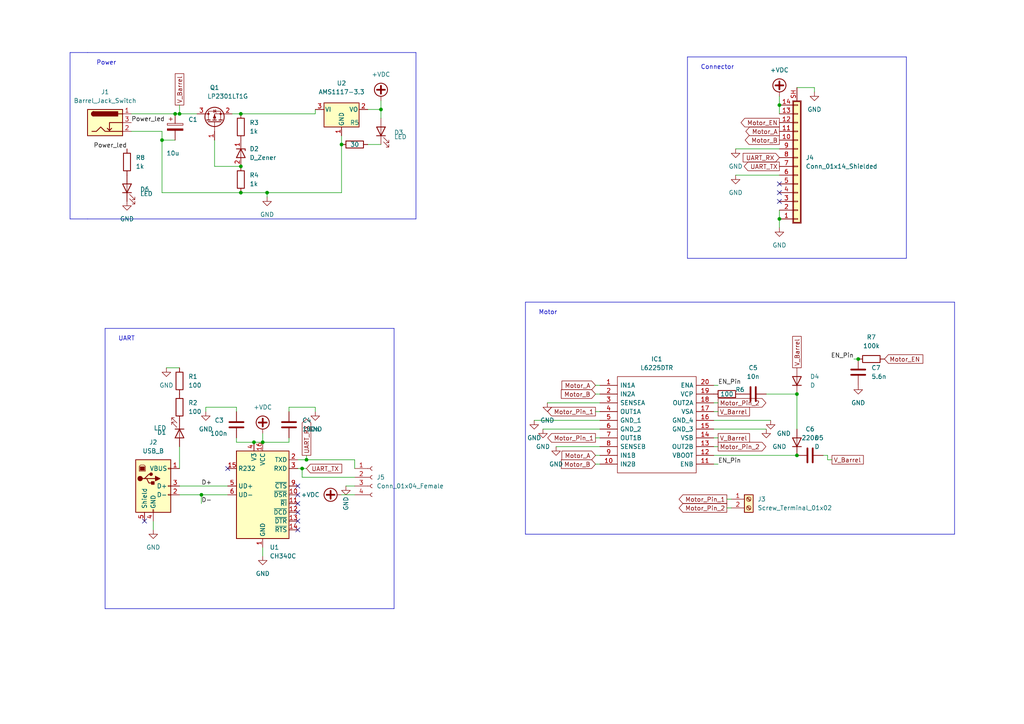
<source format=kicad_sch>
(kicad_sch (version 20230121) (generator eeschema)
  (paper "A4")
  (title_block (title "Base fixe"))
  (lib_symbols
    (symbol "Connector:Barrel_Jack_Switch" (pin_names hide)
      (property "Reference" "J" (at 0 5.334 0))
      (property "Value" "Barrel_Jack_Switch" (at 0 -5.08 0))
      (symbol "Barrel_Jack_Switch_0_1"
        (rectangle (start -5.08 3.81) (end 5.08 -3.81) (stroke (width 0.254)) (fill (type background)))
        (arc (start -3.302 3.175) (mid -3.9343 2.54) (end -3.302 1.905) (stroke (width 0.254)))
        (arc (start -3.302 3.175) (mid -3.9343 2.54) (end -3.302 1.905) (stroke (width 0.254)) (fill (type outline)))
        (polyline (pts (xy 1.27 -2.286) (xy 1.905 -1.651)) (stroke (width 0.254)))
        (polyline (pts (xy 5.08 2.54) (xy 3.81 2.54)) (stroke (width 0.254)))
        (polyline (pts (xy 5.08 0) (xy 1.27 0) (xy 1.27 -2.286) (xy 0.635 -1.651)) (stroke (width 0.254)))
        (polyline (pts (xy -3.81 -2.54) (xy -2.54 -2.54) (xy -1.27 -1.27) (xy 0 -2.54) (xy 2.54 -2.54) (xy 5.08 -2.54)) (stroke (width 0.254)))
        (rectangle (start 3.683 3.175) (end -3.302 1.905) (stroke (width 0.254)) (fill (type outline)))
      )
      (symbol "Barrel_Jack_Switch_1_1"
        (pin passive line (at 7.62 2.54 180) (length 2.54) (name "~") (number "1"))
        (pin passive line (at 7.62 -2.54 180) (length 2.54) (name "~") (number "2"))
        (pin passive line (at 7.62 0 180) (length 2.54) (name "~") (number "3"))
      )
    )
    (symbol "Connector:Conn_01x04_Female" (pin_names (offset 1.016) hide)
      (property "Reference" "J" (at 0 5.08 0))
      (property "Value" "Conn_01x04_Female" (at 0 -7.62 0))
      (symbol "Conn_01x04_Female_1_1"
        (arc (start 0 -4.572) (mid -0.5058 -5.08) (end 0 -5.588) (stroke (width 0.1524)))
        (arc (start 0 -2.032) (mid -0.5058 -2.54) (end 0 -3.048) (stroke (width 0.1524)))
        (polyline (pts (xy -1.27 -5.08) (xy -0.508 -5.08)) (stroke (width 0.1524)))
        (polyline (pts (xy -1.27 -2.54) (xy -0.508 -2.54)) (stroke (width 0.1524)))
        (polyline (pts (xy -1.27 0) (xy -0.508 0)) (stroke (width 0.1524)))
        (polyline (pts (xy -1.27 2.54) (xy -0.508 2.54)) (stroke (width 0.1524)))
        (arc (start 0 0.508) (mid -0.5058 0) (end 0 -0.508) (stroke (width 0.1524)))
        (arc (start 0 3.048) (mid -0.5058 2.54) (end 0 2.032) (stroke (width 0.1524)))
        (pin passive line (at -5.08 2.54 0) (length 3.81) (name "Pin_1") (number "1"))
        (pin passive line (at -5.08 0 0) (length 3.81) (name "Pin_2") (number "2"))
        (pin passive line (at -5.08 -2.54 0) (length 3.81) (name "Pin_3") (number "3"))
        (pin passive line (at -5.08 -5.08 0) (length 3.81) (name "Pin_4") (number "4"))
      )
    )
    (symbol "Connector:Screw_Terminal_01x02" (pin_names (offset 1.016) hide)
      (property "Reference" "J" (at 0 2.54 0))
      (property "Value" "Screw_Terminal_01x02" (at 0 -5.08 0))
      (symbol "Screw_Terminal_01x02_1_1"
        (rectangle (start -1.27 1.27) (end 1.27 -3.81) (stroke (width 0.254)) (fill (type background)))
        (circle (center 0 -2.54) (radius 0.635) (stroke (width 0.1524)))
        (polyline (pts (xy -0.5334 -2.2098) (xy 0.3302 -3.048)) (stroke (width 0.1524)))
        (polyline (pts (xy -0.5334 0.3302) (xy 0.3302 -0.508)) (stroke (width 0.1524)))
        (polyline (pts (xy -0.3556 -2.032) (xy 0.508 -2.8702)) (stroke (width 0.1524)))
        (polyline (pts (xy -0.3556 0.508) (xy 0.508 -0.3302)) (stroke (width 0.1524)))
        (circle (center 0 0) (radius 0.635) (stroke (width 0.1524)))
        (pin passive line (at -5.08 0 0) (length 3.81) (name "Pin_1") (number "1"))
        (pin passive line (at -5.08 -2.54 0) (length 3.81) (name "Pin_2") (number "2"))
      )
    )
    (symbol "Connector:USB_B" (pin_names (offset 1.016))
      (property "Reference" "J" (at -5.08 11.43 0))
      (property "Value" "USB_B" (at -5.08 8.89 0))
      (symbol "USB_B_0_1"
        (rectangle (start -5.08 -7.62) (end 5.08 7.62) (stroke (width 0.254)) (fill (type background)))
        (circle (center -3.81 2.159) (radius 0.635) (stroke (width 0.254)) (fill (type outline)))
        (rectangle (start -3.81 5.588) (end -2.54 4.572) (fill (type outline)))
        (circle (center -0.635 3.429) (radius 0.381) (stroke (width 0.254)) (fill (type outline)))
        (rectangle (start -0.127 -7.62) (end 0.127 -6.858))
        (polyline (pts (xy -1.905 2.159) (xy 0.635 2.159)) (stroke (width 0.254)))
        (polyline (pts (xy -3.175 2.159) (xy -2.54 2.159) (xy -1.27 3.429) (xy -0.635 3.429)) (stroke (width 0.254)))
        (polyline (pts (xy -2.54 2.159) (xy -1.905 2.159) (xy -1.27 0.889) (xy 0 0.889)) (stroke (width 0.254)))
        (polyline (pts (xy 0.635 2.794) (xy 0.635 1.524) (xy 1.905 2.159) (xy 0.635 2.794)) (stroke (width 0.254)) (fill (type outline)))
        (polyline (pts (xy -4.064 4.318) (xy -2.286 4.318) (xy -2.286 5.715) (xy -2.667 6.096) (xy -3.683 6.096) (xy -4.064 5.715) (xy -4.064 4.318)))
        (rectangle (start 0.254 1.27) (end -0.508 0.508) (stroke (width 0.254)) (fill (type outline)))
        (rectangle (start 5.08 -2.667) (end 4.318 -2.413))
        (rectangle (start 5.08 -0.127) (end 4.318 0.127))
        (rectangle (start 5.08 4.953) (end 4.318 5.207))
      )
      (symbol "USB_B_1_1"
        (pin power_out line (at 7.62 5.08 180) (length 2.54) (name "VBUS") (number "1"))
        (pin bidirectional line (at 7.62 -2.54 180) (length 2.54) (name "D-") (number "2"))
        (pin bidirectional line (at 7.62 0 180) (length 2.54) (name "D+") (number "3"))
        (pin power_out line (at 0 -10.16 90) (length 2.54) (name "GND") (number "4"))
        (pin passive line (at -2.54 -10.16 90) (length 2.54) (name "Shield") (number "5"))
      )
    )
    (symbol "Connector_Generic_Shielded:Conn_01x14_Shielded" (pin_names (offset 1.016) hide)
      (property "Reference" "J" (at 0.254 17.526 0))
      (property "Value" "Conn_01x14_Shielded" (at 1.016 -20.066 0))
      (symbol "Conn_01x14_Shielded_1_1"
        (rectangle (start -1.27 16.51) (end 1.27 -19.05) (stroke (width 0.1524)))
        (rectangle (start -1.016 -17.653) (end 0.254 -17.907) (stroke (width 0.1524)))
        (rectangle (start -1.016 -15.113) (end 0.254 -15.367) (stroke (width 0.1524)))
        (rectangle (start -1.016 -12.573) (end 0.254 -12.827) (stroke (width 0.1524)))
        (rectangle (start -1.016 -10.033) (end 0.254 -10.287) (stroke (width 0.1524)))
        (rectangle (start -1.016 -7.493) (end 0.254 -7.747) (stroke (width 0.1524)))
        (rectangle (start -1.016 -4.953) (end 0.254 -5.207) (stroke (width 0.1524)))
        (rectangle (start -1.016 -2.413) (end 0.254 -2.667) (stroke (width 0.1524)))
        (rectangle (start -1.016 0.127) (end 0.254 -0.127) (stroke (width 0.1524)))
        (rectangle (start -1.016 2.667) (end 0.254 2.413) (stroke (width 0.1524)))
        (rectangle (start -1.016 5.207) (end 0.254 4.953) (stroke (width 0.1524)))
        (rectangle (start -1.016 7.747) (end 0.254 7.493) (stroke (width 0.1524)))
        (rectangle (start -1.016 10.287) (end 0.254 10.033) (stroke (width 0.1524)))
        (rectangle (start -1.016 12.827) (end 0.254 12.573) (stroke (width 0.1524)))
        (rectangle (start -1.016 15.367) (end 0.254 15.113) (stroke (width 0.1524)))
        (rectangle (start -1.016 16.256) (end 1.016 -18.796) (stroke (width 0.254)) (fill (type background)))
        (pin passive line (at -5.08 15.24 0) (length 4.064) (name "Pin_1") (number "1"))
        (pin passive line (at -5.08 -7.62 0) (length 4.064) (name "Pin_10") (number "10"))
        (pin passive line (at -5.08 -10.16 0) (length 4.064) (name "Pin_11") (number "11"))
        (pin passive line (at -5.08 -12.7 0) (length 4.064) (name "Pin_12") (number "12"))
        (pin passive line (at -5.08 -15.24 0) (length 4.064) (name "Pin_13") (number "13"))
        (pin passive line (at -5.08 -17.78 0) (length 4.064) (name "Pin_14") (number "14"))
        (pin passive line (at -5.08 12.7 0) (length 4.064) (name "Pin_2") (number "2"))
        (pin passive line (at -5.08 10.16 0) (length 4.064) (name "Pin_3") (number "3"))
        (pin passive line (at -5.08 7.62 0) (length 4.064) (name "Pin_4") (number "4"))
        (pin passive line (at -5.08 5.08 0) (length 4.064) (name "Pin_5") (number "5"))
        (pin passive line (at -5.08 2.54 0) (length 4.064) (name "Pin_6") (number "6"))
        (pin passive line (at -5.08 0 0) (length 4.064) (name "Pin_7") (number "7"))
        (pin passive line (at -5.08 -2.54 0) (length 4.064) (name "Pin_8") (number "8"))
        (pin passive line (at -5.08 -5.08 0) (length 4.064) (name "Pin_9") (number "9"))
        (pin passive line (at 0 -22.86 90) (length 3.81) (name "Shield") (number "SH"))
      )
    )
    (symbol "Device:C" (pin_numbers hide) (pin_names (offset 0.254))
      (property "Reference" "C" (at 0.635 2.54 0))
      (property "Value" "C" (at 0.635 -2.54 0))
      (symbol "C_0_1"
        (polyline (pts (xy -2.032 -0.762) (xy 2.032 -0.762)) (stroke (width 0.508)))
        (polyline (pts (xy -2.032 0.762) (xy 2.032 0.762)) (stroke (width 0.508)))
      )
      (symbol "C_1_1"
        (pin passive line (at 0 3.81 270) (length 2.794) (name "~") (number "1"))
        (pin passive line (at 0 -3.81 90) (length 2.794) (name "~") (number "2"))
      )
    )
    (symbol "Device:C_Polarized" (pin_numbers hide) (pin_names (offset 0.254))
      (property "Reference" "C" (at 0.635 2.54 0))
      (property "Value" "C_Polarized" (at 0.635 -2.54 0))
      (symbol "C_Polarized_0_1"
        (rectangle (start -2.286 0.508) (end 2.286 1.016))
        (polyline (pts (xy -1.778 2.286) (xy -0.762 2.286)))
        (polyline (pts (xy -1.27 2.794) (xy -1.27 1.778)))
        (rectangle (start 2.286 -0.508) (end -2.286 -1.016) (fill (type outline)))
      )
      (symbol "C_Polarized_1_1"
        (pin passive line (at 0 3.81 270) (length 2.794) (name "~") (number "1"))
        (pin passive line (at 0 -3.81 90) (length 2.794) (name "~") (number "2"))
      )
    )
    (symbol "Device:D" (pin_numbers hide) (pin_names (offset 1.016) hide)
      (property "Reference" "D" (at 0 2.54 0))
      (property "Value" "D" (at 0 -2.54 0))
      (symbol "D_0_1"
        (polyline (pts (xy -1.27 1.27) (xy -1.27 -1.27)) (stroke (width 0.254)))
        (polyline (pts (xy 1.27 0) (xy -1.27 0)))
        (polyline (pts (xy 1.27 1.27) (xy 1.27 -1.27) (xy -1.27 0) (xy 1.27 1.27)) (stroke (width 0.254)))
      )
      (symbol "D_1_1"
        (pin passive line (at -3.81 0 0) (length 2.54) (name "K") (number "1"))
        (pin passive line (at 3.81 0 180) (length 2.54) (name "A") (number "2"))
      )
    )
    (symbol "Device:D_Zener" (pin_names (offset 1.016) hide)
      (property "Reference" "D" (at 0 2.54 0))
      (property "Value" "D_Zener" (at 0 -2.54 0))
      (symbol "D_Zener_0_1"
        (polyline (pts (xy 1.27 0) (xy -1.27 0)))
        (polyline (pts (xy -1.27 -1.27) (xy -1.27 1.27) (xy -0.762 1.27)) (stroke (width 0.254)))
        (polyline (pts (xy 1.27 -1.27) (xy 1.27 1.27) (xy -1.27 0) (xy 1.27 -1.27)) (stroke (width 0.254)))
      )
      (symbol "D_Zener_1_1"
        (pin passive line (at -3.81 0 0) (length 2.54) (name "K") (number "1"))
        (pin passive line (at 3.81 0 180) (length 2.54) (name "A") (number "2"))
      )
    )
    (symbol "Device:LED" (pin_numbers hide) (pin_names (offset 1.016) hide)
      (property "Reference" "D" (at 0 2.54 0))
      (property "Value" "LED" (at 0 -2.54 0))
      (symbol "LED_0_1"
        (polyline (pts (xy -1.27 -1.27) (xy -1.27 1.27)) (stroke (width 0.254)))
        (polyline (pts (xy -1.27 0) (xy 1.27 0)))
        (polyline (pts (xy 1.27 -1.27) (xy 1.27 1.27) (xy -1.27 0) (xy 1.27 -1.27)) (stroke (width 0.254)))
        (polyline (pts (xy -3.048 -0.762) (xy -4.572 -2.286) (xy -3.81 -2.286) (xy -4.572 -2.286) (xy -4.572 -1.524)))
        (polyline (pts (xy -1.778 -0.762) (xy -3.302 -2.286) (xy -2.54 -2.286) (xy -3.302 -2.286) (xy -3.302 -1.524)))
      )
      (symbol "LED_1_1"
        (pin passive line (at -3.81 0 0) (length 2.54) (name "K") (number "1"))
        (pin passive line (at 3.81 0 180) (length 2.54) (name "A") (number "2"))
      )
    )
    (symbol "Device:R" (pin_numbers hide) (pin_names (offset 0))
      (property "Reference" "R" (at 2.032 0 90))
      (property "Value" "R" (at 0 0 90))
      (symbol "R_0_1"
        (rectangle (start -1.016 -2.54) (end 1.016 2.54) (stroke (width 0.254)))
      )
      (symbol "R_1_1"
        (pin passive line (at 0 3.81 270) (length 1.27) (name "~") (number "1"))
        (pin passive line (at 0 -3.81 90) (length 1.27) (name "~") (number "2"))
      )
    )
    (symbol "Interface_USB:CH340C"
      (property "Reference" "U" (at -5.08 13.97 0))
      (property "Value" "CH340C" (at 1.27 13.97 0))
      (symbol "CH340C_0_1"
        (rectangle (start -7.62 12.7) (end 7.62 -12.7) (stroke (width 0.254)) (fill (type background)))
      )
      (symbol "CH340C_1_1"
        (pin power_in line (at 0 -15.24 90) (length 2.54) (name "GND") (number "1"))
        (pin input line (at 10.16 0 180) (length 2.54) (name "~{DSR}") (number "10"))
        (pin input line (at 10.16 -2.54 180) (length 2.54) (name "~{RI}") (number "11"))
        (pin input line (at 10.16 -5.08 180) (length 2.54) (name "~{DCD}") (number "12"))
        (pin output line (at 10.16 -7.62 180) (length 2.54) (name "~{DTR}") (number "13"))
        (pin output line (at 10.16 -10.16 180) (length 2.54) (name "~{RTS}") (number "14"))
        (pin input line (at -10.16 7.62 0) (length 2.54) (name "R232") (number "15"))
        (pin power_in line (at 0 15.24 270) (length 2.54) (name "VCC") (number "16"))
        (pin output line (at 10.16 10.16 180) (length 2.54) (name "TXD") (number "2"))
        (pin input line (at 10.16 7.62 180) (length 2.54) (name "RXD") (number "3"))
        (pin passive line (at -2.54 15.24 270) (length 2.54) (name "V3") (number "4"))
        (pin bidirectional line (at -10.16 2.54 0) (length 2.54) (name "UD+") (number "5"))
        (pin bidirectional line (at -10.16 0 0) (length 2.54) (name "UD-") (number "6"))
        (pin no_connect line (at -7.62 -7.62 0) (length 2.54) hide (name "NC") (number "7"))
        (pin no_connect line (at -7.62 -10.16 0) (length 2.54) hide (name "NC") (number "8"))
        (pin input line (at 10.16 2.54 180) (length 2.54) (name "~{CTS}") (number "9"))
      )
    )
    (symbol "Library:L6225DTR" (pin_names (offset 0.762))
      (property "Reference" "IC" (at 29.21 7.62 0))
      (property "Value" "L6225DTR" (at 29.21 5.08 0))
      (symbol "L6225DTR_0_0"
        (pin passive line (at 0 0 0) (length 5.08) (name "IN1A") (number "1"))
        (pin passive line (at 0 -22.86 0) (length 5.08) (name "IN2B") (number "10"))
        (pin passive line (at 33.02 -22.86 180) (length 5.08) (name "ENB") (number "11"))
        (pin passive line (at 33.02 -20.32 180) (length 5.08) (name "VBOOT") (number "12"))
        (pin passive line (at 33.02 -17.78 180) (length 5.08) (name "OUT2B") (number "13"))
        (pin passive line (at 33.02 -15.24 180) (length 5.08) (name "VSB") (number "14"))
        (pin passive line (at 33.02 -12.7 180) (length 5.08) (name "GND_3") (number "15"))
        (pin passive line (at 33.02 -10.16 180) (length 5.08) (name "GND_4") (number "16"))
        (pin passive line (at 33.02 -7.62 180) (length 5.08) (name "VSA") (number "17"))
        (pin passive line (at 33.02 -5.08 180) (length 5.08) (name "OUT2A") (number "18"))
        (pin passive line (at 33.02 -2.54 180) (length 5.08) (name "VCP") (number "19"))
        (pin passive line (at 0 -2.54 0) (length 5.08) (name "IN2A") (number "2"))
        (pin passive line (at 33.02 0 180) (length 5.08) (name "ENA") (number "20"))
        (pin passive line (at 0 -5.08 0) (length 5.08) (name "SENSEA") (number "3"))
        (pin passive line (at 0 -7.62 0) (length 5.08) (name "OUT1A") (number "4"))
        (pin passive line (at 0 -10.16 0) (length 5.08) (name "GND_1") (number "5"))
        (pin passive line (at 0 -12.7 0) (length 5.08) (name "GND_2") (number "6"))
        (pin passive line (at 0 -15.24 0) (length 5.08) (name "OUT1B") (number "7"))
        (pin passive line (at 0 -17.78 0) (length 5.08) (name "SENSEB") (number "8"))
        (pin passive line (at 0 -20.32 0) (length 5.08) (name "IN1B") (number "9"))
      )
      (symbol "L6225DTR_0_1"
        (polyline (pts (xy 5.08 2.54) (xy 27.94 2.54) (xy 27.94 -25.4) (xy 5.08 -25.4) (xy 5.08 2.54)) (stroke (width 0.1524)))
      )
    )
    (symbol "Regulator_Linear:AMS1117-3.3" (pin_names (offset 0.254))
      (property "Reference" "U" (at -3.81 3.175 0))
      (property "Value" "AMS1117-3.3" (at 0 3.175 0))
      (symbol "AMS1117-3.3_0_1"
        (rectangle (start -5.08 -5.08) (end 5.08 1.905) (stroke (width 0.254)) (fill (type background)))
      )
      (symbol "AMS1117-3.3_1_1"
        (pin power_in line (at 0 -7.62 90) (length 2.54) (name "GND") (number "1"))
        (pin power_out line (at 7.62 0 180) (length 2.54) (name "VO") (number "2"))
        (pin power_in line (at -7.62 0 0) (length 2.54) (name "VI") (number "3"))
      )
    )
    (symbol "Transistor_FET:VP0610T" (pin_names hide)
      (property "Reference" "Q" (at 5.08 1.905 0))
      (property "Value" "VP0610T" (at 5.08 0 0))
      (symbol "VP0610T_0_1"
        (polyline (pts (xy 0.254 0) (xy -2.54 0)))
        (polyline (pts (xy 0.254 1.905) (xy 0.254 -1.905)) (stroke (width 0.254)))
        (polyline (pts (xy 0.762 -1.27) (xy 0.762 -2.286)) (stroke (width 0.254)))
        (polyline (pts (xy 0.762 0.508) (xy 0.762 -0.508)) (stroke (width 0.254)))
        (polyline (pts (xy 0.762 2.286) (xy 0.762 1.27)) (stroke (width 0.254)))
        (polyline (pts (xy 2.54 2.54) (xy 2.54 1.778)))
        (polyline (pts (xy 2.54 -2.54) (xy 2.54 0) (xy 0.762 0)))
        (polyline (pts (xy 0.762 1.778) (xy 3.302 1.778) (xy 3.302 -1.778) (xy 0.762 -1.778)))
        (polyline (pts (xy 2.286 0) (xy 1.27 0.381) (xy 1.27 -0.381) (xy 2.286 0)) (fill (type outline)))
        (polyline (pts (xy 2.794 -0.508) (xy 2.921 -0.381) (xy 3.683 -0.381) (xy 3.81 -0.254)))
        (polyline (pts (xy 3.302 -0.381) (xy 2.921 0.254) (xy 3.683 0.254) (xy 3.302 -0.381)))
        (circle (center 1.651 0) (radius 2.794) (stroke (width 0.254)))
        (circle (center 2.54 -1.778) (radius 0.254) (fill (type outline)))
        (circle (center 2.54 1.778) (radius 0.254) (fill (type outline)))
      )
      (symbol "VP0610T_1_1"
        (pin input line (at -5.08 0 0) (length 2.54) (name "G") (number "1"))
        (pin passive line (at 2.54 -5.08 90) (length 2.54) (name "S") (number "2"))
        (pin passive line (at 2.54 5.08 270) (length 2.54) (name "D") (number "3"))
      )
    )
    (symbol "power:+VDC" (power) (pin_names (offset 0))
      (property "Value" "+VDC" (at 0 6.35 0))
      (symbol "+VDC_0_1"
        (polyline (pts (xy -1.143 3.175) (xy 1.143 3.175)) (stroke (width 0.508)))
        (polyline (pts (xy 0 0) (xy 0 1.27)))
        (polyline (pts (xy 0 2.032) (xy 0 4.318)) (stroke (width 0.508)))
        (circle (center 0 3.175) (radius 1.905) (stroke (width 0.254)))
      )
      (symbol "+VDC_1_1"
        (pin power_in line (at 0 0 90) (length 0) hide (name "+VDC") (number "1"))
      )
    )
    (symbol "power:GND" (power) (pin_names (offset 0))
      (property "Value" "GND" (at 0 -3.81 0))
      (symbol "GND_0_1"
        (polyline (pts (xy 0 0) (xy 0 -1.27) (xy 1.27 -1.27) (xy 0 -2.54) (xy -1.27 -1.27) (xy 0 -1.27)))
      )
      (symbol "GND_1_1"
        (pin power_in line (at 0 0 270) (length 0) hide (name "GND") (number "1"))
      )
    )
  )
  (junction (at 50.8 33.02))
  (junction (at 69.85 48.26))
  (junction (at 88.9 133.35))
  (junction (at 73.66 128.27))
  (junction (at 226.06 30.48))
  (junction (at 46.99 40.64))
  (junction (at 226.06 63.5))
  (junction (at 76.2 128.27))
  (junction (at 110.49 31.75))
  (junction (at 99.06 41.91))
  (junction (at 231.14 132.08))
  (junction (at 248.92 104.14))
  (junction (at 58.42 143.51))
  (junction (at 87.63 135.89))
  (junction (at 77.47 55.88))
  (junction (at 69.85 33.02))
  (junction (at 69.85 55.88))
  (junction (at 52.07 33.02))
  (junction (at 231.14 114.3))
  (no_connect (at 226.06 55.88))
  (no_connect (at 86.36 153.67))
  (no_connect (at 86.36 151.13))
  (no_connect (at 41.91 151.13))
  (no_connect (at 66.04 135.89))
  (no_connect (at 226.06 58.42))
  (no_connect (at 86.36 143.51))
  (no_connect (at 86.36 140.97))
  (no_connect (at 86.36 146.05))
  (no_connect (at 226.06 53.34))
  (no_connect (at 86.36 148.59))
  (wire (pts (xy 76.2 125.73) (xy 76.2 128.27)))
  (wire (pts (xy 76.2 128.27) (xy 83.82 128.27)))
  (polyline (pts (xy 20.32 63.5) (xy 25.4 63.5)))
  (wire (pts (xy 210.82 144.78) (xy 212.09 144.78)))
  (wire (pts (xy 52.07 143.51) (xy 58.42 143.51)))
  (wire (pts (xy 238.76 132.08) (xy 240.03 132.08)))
  (wire (pts (xy 222.25 114.3) (xy 231.14 114.3)))
  (wire (pts (xy 154.94 121.92) (xy 173.99 121.92)))
  (wire (pts (xy 106.68 41.91) (xy 110.49 41.91)))
  (wire (pts (xy 172.72 127) (xy 173.99 127)))
  (wire (pts (xy 68.58 127) (xy 68.58 128.27)))
  (wire (pts (xy 99.06 55.88) (xy 99.06 41.91)))
  (wire (pts (xy 207.01 132.08) (xy 231.14 132.08)))
  (polyline (pts (xy 199.39 16.51) (xy 199.39 74.93)))
  (wire (pts (xy 86.36 135.89) (xy 87.63 135.89)))
  (polyline (pts (xy 114.3 95.25) (xy 114.3 176.53)))
  (wire (pts (xy 87.63 135.89) (xy 87.63 138.43)))
  (wire (pts (xy 46.99 38.1) (xy 46.99 40.64)))
  (wire (pts (xy 158.75 116.84) (xy 173.99 116.84)))
  (wire (pts (xy 99.06 143.51) (xy 102.87 143.51)))
  (wire (pts (xy 52.07 140.97) (xy 66.04 140.97)))
  (wire (pts (xy 157.48 124.46) (xy 173.99 124.46)))
  (wire (pts (xy 91.44 33.02) (xy 91.44 31.75)))
  (polyline (pts (xy 120.65 63.5) (xy 25.4 63.5)))
  (wire (pts (xy 83.82 119.38) (xy 83.82 118.11)))
  (polyline (pts (xy 120.65 15.24) (xy 120.65 63.5)))
  (wire (pts (xy 172.72 114.3) (xy 173.99 114.3)))
  (wire (pts (xy 208.28 134.62) (xy 207.01 134.62)))
  (polyline (pts (xy 152.4 87.63) (xy 276.86 87.63)))
  (wire (pts (xy 87.63 138.43) (xy 102.87 138.43)))
  (wire (pts (xy 207.01 129.54) (xy 208.28 129.54)))
  (wire (pts (xy 62.23 48.26) (xy 62.23 40.64)))
  (wire (pts (xy 68.58 128.27) (xy 73.66 128.27)))
  (polyline (pts (xy 276.86 154.94) (xy 152.4 154.94)))
  (polyline (pts (xy 20.32 63.5) (xy 20.32 15.24)))
  (polyline (pts (xy 199.39 74.93) (xy 262.89 74.93)))
  (wire (pts (xy 247.65 104.14) (xy 248.92 104.14)))
  (wire (pts (xy 100.33 140.97) (xy 102.87 140.97)))
  (wire (pts (xy 77.47 55.88) (xy 99.06 55.88)))
  (wire (pts (xy 86.36 133.35) (xy 88.9 133.35)))
  (wire (pts (xy 210.82 147.32) (xy 212.09 147.32)))
  (wire (pts (xy 52.07 33.02) (xy 57.15 33.02)))
  (wire (pts (xy 87.63 135.89) (xy 88.9 135.89)))
  (wire (pts (xy 106.68 31.75) (xy 110.49 31.75)))
  (wire (pts (xy 88.9 132.08) (xy 88.9 133.35)))
  (wire (pts (xy 102.87 133.35) (xy 102.87 135.89)))
  (wire (pts (xy 226.06 27.94) (xy 226.06 30.48)))
  (wire (pts (xy 208.28 119.38) (xy 207.01 119.38)))
  (wire (pts (xy 77.47 55.88) (xy 77.47 57.15)))
  (polyline (pts (xy 262.89 74.93) (xy 262.89 16.51)))
  (wire (pts (xy 46.99 40.64) (xy 50.8 40.64)))
  (wire (pts (xy 83.82 127) (xy 83.82 128.27)))
  (wire (pts (xy 161.29 129.54) (xy 173.99 129.54)))
  (wire (pts (xy 213.36 50.8) (xy 226.06 50.8)))
  (wire (pts (xy 76.2 158.75) (xy 76.2 161.29)))
  (wire (pts (xy 73.66 128.27) (xy 76.2 128.27)))
  (wire (pts (xy 207.01 111.76) (xy 208.28 111.76)))
  (wire (pts (xy 207.01 124.46) (xy 222.25 124.46)))
  (wire (pts (xy 231.14 25.4) (xy 236.22 25.4)))
  (wire (pts (xy 62.23 48.26) (xy 69.85 48.26)))
  (wire (pts (xy 67.31 33.02) (xy 69.85 33.02)))
  (wire (pts (xy 240.03 133.35) (xy 241.3 133.35)))
  (wire (pts (xy 52.07 30.48) (xy 52.07 33.02)))
  (wire (pts (xy 38.1 38.1) (xy 46.99 38.1)))
  (wire (pts (xy 226.06 63.5) (xy 226.06 66.04)))
  (wire (pts (xy 110.49 31.75) (xy 110.49 34.29)))
  (wire (pts (xy 172.72 134.62) (xy 173.99 134.62)))
  (wire (pts (xy 231.14 114.3) (xy 231.14 124.46)))
  (wire (pts (xy 88.9 133.35) (xy 102.87 133.35)))
  (wire (pts (xy 236.22 25.4) (xy 236.22 26.67)))
  (wire (pts (xy 226.06 60.96) (xy 226.06 63.5)))
  (polyline (pts (xy 152.4 87.63) (xy 152.4 154.94)))
  (wire (pts (xy 226.06 30.48) (xy 226.06 33.02)))
  (wire (pts (xy 208.28 127) (xy 207.01 127)))
  (polyline (pts (xy 30.48 176.53) (xy 114.3 176.53)))
  (wire (pts (xy 69.85 55.88) (xy 77.47 55.88)))
  (wire (pts (xy 68.58 118.11) (xy 59.69 118.11)))
  (polyline (pts (xy 262.89 16.51) (xy 199.39 16.51)))
  (polyline (pts (xy 30.48 95.25) (xy 114.3 95.25)))
  (polyline (pts (xy 25.4 15.24) (xy 120.65 15.24)))
  (polyline (pts (xy 276.86 87.63) (xy 276.86 154.94)))
  (wire (pts (xy 46.99 40.64) (xy 46.99 55.88)))
  (wire (pts (xy 68.58 119.38) (xy 68.58 118.11)))
  (wire (pts (xy 172.72 119.38) (xy 173.99 119.38)))
  (wire (pts (xy 172.72 111.76) (xy 173.99 111.76)))
  (wire (pts (xy 59.69 118.11) (xy 59.69 119.38)))
  (wire (pts (xy 58.42 143.51) (xy 66.04 143.51)))
  (wire (pts (xy 207.01 121.92) (xy 223.52 121.92)))
  (wire (pts (xy 48.26 106.68) (xy 52.07 106.68)))
  (wire (pts (xy 207.01 116.84) (xy 208.28 116.84)))
  (wire (pts (xy 50.8 33.02) (xy 52.07 33.02)))
  (wire (pts (xy 52.07 129.54) (xy 52.07 135.89)))
  (wire (pts (xy 83.82 118.11) (xy 91.44 118.11)))
  (wire (pts (xy 99.06 41.91) (xy 99.06 39.37)))
  (polyline (pts (xy 30.48 176.53) (xy 30.48 95.25)))
  (wire (pts (xy 110.49 31.75) (xy 110.49 29.21)))
  (polyline (pts (xy 20.32 15.24) (xy 25.4 15.24)))
  (wire (pts (xy 213.36 43.18) (xy 226.06 43.18)))
  (wire (pts (xy 46.99 55.88) (xy 69.85 55.88)))
  (wire (pts (xy 69.85 33.02) (xy 91.44 33.02)))
  (wire (pts (xy 38.1 33.02) (xy 50.8 33.02)))
  (wire (pts (xy 172.72 132.08) (xy 173.99 132.08)))
  (wire (pts (xy 240.03 132.08) (xy 240.03 133.35)))
  (wire (pts (xy 91.44 118.11) (xy 91.44 119.38)))
  (wire (pts (xy 44.45 151.13) (xy 44.45 153.67)))
  (wire (pts (xy 58.42 143.51) (xy 58.42 146.05)))
  (text "Power" (at 27.94 19.05 0) (effects (font (size 1.27 1.27)) (justify left bottom)))
  (text "Motor" (at 156.21 91.44 0) (effects (font (size 1.27 1.27)) (justify left bottom)))
  (text "UART" (at 34.29 99.06 0) (effects (font (size 1.27 1.27)) (justify left bottom)))
  (text "Connector" (at 203.2 20.32 0) (effects (font (size 1.27 1.27)) (justify left bottom)))
  (label "Power_led" (at 36.83 43.18 180))
  (label "EN_Pin" (at 208.28 134.62 0))
  (label "EN_Pin" (at 208.28 111.76 0))
  (label "Power_led" (at 38.1 35.56 0))
  (label "D-" (at 58.42 146.05 0))
  (label "D+" (at 58.42 140.97 0))
  (label "EN_Pin" (at 247.65 104.14 180))
  (global_label "Motor_B" (shape input) (at 172.72 114.3 180) (property "Intersheetrefs" "${INTERSHEET_REFS}" (effects hide)))
  (global_label "Motor_A" (shape output) (at 226.06 38.1 180) (property "Intersheetrefs" "${INTERSHEET_REFS}" (effects hide)))
  (global_label "UART_RX" (shape input) (at 226.06 45.72 180) (property "Intersheetrefs" "${INTERSHEET_REFS}" (effects hide)))
  (global_label "UART_TX" (shape output) (at 226.06 48.26 180) (property "Intersheetrefs" "${INTERSHEET_REFS}" (effects hide)))
  (global_label "V_Barrel" (shape passive) (at 208.28 127 0) (property "Intersheetrefs" "${INTERSHEET_REFS}" (effects hide)))
  (global_label "Motor_A" (shape input) (at 172.72 132.08 180) (property "Intersheetrefs" "${INTERSHEET_REFS}" (effects hide)))
  (global_label "UART_RX" (shape output) (at 88.9 132.08 90) (property "Intersheetrefs" "${INTERSHEET_REFS}" (effects hide)))
  (global_label "Motor_Pin_1" (shape output) (at 172.72 127 180) (property "Intersheetrefs" "${INTERSHEET_REFS}" (effects hide)))
  (global_label "Motor_B" (shape input) (at 172.72 134.62 180) (property "Intersheetrefs" "${INTERSHEET_REFS}" (effects hide)))
  (global_label "Motor_EN" (shape output) (at 226.06 35.56 180) (property "Intersheetrefs" "${INTERSHEET_REFS}" (effects hide)))
  (global_label "V_Barrel" (shape passive) (at 231.14 106.68 90) (property "Intersheetrefs" "${INTERSHEET_REFS}" (effects hide)))
  (global_label "Motor_Pin_2" (shape output) (at 208.28 129.54 0) (property "Intersheetrefs" "${INTERSHEET_REFS}" (effects hide)))
  (global_label "V_Barrel" (shape passive) (at 208.28 119.38 0) (property "Intersheetrefs" "${INTERSHEET_REFS}" (effects hide)))
  (global_label "Motor_A" (shape input) (at 172.72 111.76 180) (property "Intersheetrefs" "${INTERSHEET_REFS}" (effects hide)))
  (global_label "Motor_B" (shape output) (at 226.06 40.64 180) (property "Intersheetrefs" "${INTERSHEET_REFS}" (effects hide)))
  (global_label "Motor_Pin_1" (shape output) (at 172.72 119.38 180) (property "Intersheetrefs" "${INTERSHEET_REFS}" (effects hide)))
  (global_label "V_Barrel" (shape passive) (at 52.07 30.48 90) (property "Intersheetrefs" "${INTERSHEET_REFS}" (effects hide)))
  (global_label "Motor_Pin_2" (shape output) (at 210.82 147.32 180) (property "Intersheetrefs" "${INTERSHEET_REFS}" (effects hide)))
  (global_label "Motor_Pin_1" (shape output) (at 210.82 144.78 180) (property "Intersheetrefs" "${INTERSHEET_REFS}" (effects hide)))
  (global_label "V_Barrel" (shape passive) (at 241.3 133.35 0) (property "Intersheetrefs" "${INTERSHEET_REFS}" (effects hide)))
  (global_label "Motor_Pin_2" (shape output) (at 208.28 116.84 0) (property "Intersheetrefs" "${INTERSHEET_REFS}" (effects hide)))
  (global_label "UART_TX" (shape input) (at 88.9 135.89 0) (property "Intersheetrefs" "${INTERSHEET_REFS}" (effects hide)))
  (global_label "Motor_EN" (shape input) (at 256.54 104.14 0) (property "Intersheetrefs" "${INTERSHEET_REFS}" (effects hide)))
  (symbol (lib_id "Device:C") (at 83.82 123.19 180) (unit 1)
    (property "Reference" "C4" (at 87.63 121.9199 0) (effects (justify right)))
    (property "Value" "100n" (at 87.63 124.4599 0) (effects (justify right)))
    (property "Footprint" "Library:Cap 100nf 0805" (effects hide))
  )
  (symbol (lib_id "Device:R") (at 69.85 52.07 0) (unit 1)
    (property "Reference" "R4" (at 72.39 50.7999 0) (effects (justify left)))
    (property "Value" "1k" (at 72.39 53.3399 0) (effects (justify left)))
    (property "Footprint" "Resistor_SMD:R_0603_1608Metric" (effects hide))
  )
  (symbol (lib_id "power:GND") (at 77.47 57.15 0) (unit 1)
    (property "Reference" "#PWR0104" (effects hide))
    (property "Value" "GND" (at 77.47 62.23 0))
  )
  (symbol (lib_id "Connector_Generic_Shielded:Conn_01x14_Shielded") (at 231.14 48.26 0) (mirror x) (unit 1)
    (property "Reference" "J4" (at 233.68 45.7199 0) (effects (justify left)))
    (property "Value" "Conn_01x14_Shielded" (at 233.68 48.2599 0) (effects (justify left)))
    (property "Footprint" "Library:FPC 2x7 p=1mm" (effects hide))
  )
  (symbol (lib_id "Connector:USB_B") (at 44.45 140.97 0) (unit 1)
    (property "Reference" "J2" (at 44.45 128.27 0))
    (property "Value" "USB_B" (at 44.45 130.81 0))
    (property "Footprint" "Connector_USB:USB_B_OST_USB-B1HSxx_Horizontal" (effects hide))
    (property "Datasheet" " ~" (effects hide))
  )
  (symbol (lib_id "Device:D") (at 231.14 110.49 90) (unit 1)
    (property "Reference" "D4" (at 234.95 109.22 90) (effects (justify right)))
    (property "Value" "D" (at 234.95 111.76 90) (effects (justify right)))
    (property "Footprint" "Diode_SMD:D_SOD-323" (effects hide))
  )
  (symbol (lib_id "Device:C") (at 248.92 107.95 180) (unit 1)
    (property "Reference" "C7" (at 252.73 106.6799 0) (effects (justify right)))
    (property "Value" "5.6n" (at 252.73 109.2199 0) (effects (justify right)))
    (property "Footprint" "Capacitor_SMD:C_0603_1608Metric" (effects hide))
  )
  (symbol (lib_id "power:GND") (at 158.75 116.84 0) (unit 1)
    (property "Reference" "#PWR010" (effects hide))
    (property "Value" "GND" (at 158.75 121.92 0))
  )
  (symbol (lib_id "power:GND") (at 76.2 161.29 0) (unit 1)
    (property "Reference" "#PWR05" (effects hide))
    (property "Value" "GND" (at 76.2 166.37 0))
  )
  (symbol (lib_id "Transistor_FET:VP0610T") (at 62.23 35.56 90) (unit 1)
    (property "Reference" "Q1" (at 62.23 25.4 90))
    (property "Value" "LP2301LT1G" (at 66.04 27.94 90))
    (property "Footprint" "Package_TO_SOT_SMD:SOT-23" (effects hide))
    (property "Datasheet" "https://datasheet.lcsc.com/lcsc/1810251911_LRC-LP2301LT1G_C77937.pdf" (effects hide))
  )
  (symbol (lib_id "power:GND") (at 59.69 119.38 0) (unit 1)
    (property "Reference" "#PWR03" (effects hide))
    (property "Value" "GND" (at 59.69 124.46 0))
  )
  (symbol (lib_id "Interface_USB:CH340C") (at 76.2 143.51 0) (unit 1)
    (property "Reference" "U1" (at 78.2194 158.75 0) (effects (justify left)))
    (property "Value" "CH340C" (at 78.2194 161.29 0) (effects (justify left)))
    (property "Footprint" "Package_SO:SOIC-16_3.9x9.9mm_P1.27mm" (effects hide))
    (property "Datasheet" "https://datasheet.lcsc.com/szlcsc/Jiangsu-Qin-Heng-CH340C_C84681.pdf" (effects hide))
  )
  (symbol (lib_id "power:GND") (at 223.52 121.92 0) (unit 1)
    (property "Reference" "#PWR015" (effects hide))
    (property "Value" "GND" (at 227.33 125.73 0))
  )
  (symbol (lib_id "power:GND") (at 213.36 43.18 0) (unit 1)
    (property "Reference" "#PWR012" (effects hide))
    (property "Value" "GND" (at 213.36 48.26 0))
  )
  (symbol (lib_id "Device:C_Polarized") (at 50.8 36.83 0) (unit 1)
    (property "Reference" "C1" (at 54.61 34.6709 0) (effects (justify left)))
    (property "Value" "10u" (at 48.26 44.45 0) (effects (justify left)))
    (property "Footprint" "Capacitor_SMD:CP_Elec_6.3x7.7" (effects hide))
  )
  (symbol (lib_id "power:GND") (at 157.48 124.46 0) (mirror y) (unit 1)
    (property "Reference" "#PWR09" (effects hide))
    (property "Value" "GND" (at 157.48 129.54 0))
  )
  (symbol (lib_id "Device:R") (at 69.85 36.83 0) (unit 1)
    (property "Reference" "R3" (at 72.39 35.5599 0) (effects (justify left)))
    (property "Value" "1k" (at 72.39 38.0999 0) (effects (justify left)))
    (property "Footprint" "Resistor_SMD:R_0603_1608Metric" (effects hide))
  )
  (symbol (lib_id "Device:LED") (at 36.83 54.61 90) (unit 1)
    (property "Reference" "D6" (at 40.64 54.9274 90) (effects (justify right)))
    (property "Value" "LED" (at 40.64 56.1974 90) (effects (justify right)))
    (property "Footprint" "LED_SMD:LED_1206_3216Metric" (effects hide))
  )
  (symbol (lib_id "power:+VDC") (at 99.06 143.51 90) (unit 1)
    (property "Reference" "#PWR0103" (effects hide))
    (property "Value" "+VDC" (at 92.71 143.5099 90) (effects (justify left)))
  )
  (symbol (lib_id "Device:C") (at 234.95 132.08 90) (unit 1)
    (property "Reference" "C6" (at 234.95 124.46 90))
    (property "Value" "220n" (at 234.95 127 90))
    (property "Footprint" "Capacitor_SMD:C_0805_2012Metric" (effects hide))
  )
  (symbol (lib_id "Library:L6225DTR") (at 173.99 111.76 0) (unit 1)
    (property "Reference" "IC1" (at 190.5 104.14 0))
    (property "Value" "L6225DTR" (at 190.5 106.68 0))
    (property "Footprint" "Library:L6225DTR" (effects hide))
    (property "Datasheet" "https://componentsearchengine.com/Datasheets/1/L6225DTR.pdf" (effects hide))
    (property "Description" "STMicroelectronics L6225DTR, Full Bridge Motor Driver, Bipolar Stepping Motor, Dual or Quad DC Motor, 20-Pin SOIC" (effects hide))
    (property "Height" "2.65" (effects hide))
    (property "Mouser Part Number" "511-L6225DTR" (effects hide))
    (property "Mouser Price/Stock" "https://www.mouser.com/Search/Refine.aspx?Keyword=511-L6225DTR" (effects hide))
    (property "Manufacturer_Name" "STMicroelectronics" (effects hide))
    (property "Manufacturer_Part_Number" "L6225DTR" (effects hide))
  )
  (symbol (lib_id "power:GND") (at 91.44 119.38 0) (unit 1)
    (property "Reference" "#PWR06" (effects hide))
    (property "Value" "GND" (at 91.44 124.46 0))
  )
  (symbol (lib_id "power:GND") (at 248.92 111.76 0) (unit 1)
    (property "Reference" "#PWR019" (effects hide))
    (property "Value" "GND" (at 248.92 116.84 0))
  )
  (symbol (lib_id "power:GND") (at 48.26 106.68 0) (unit 1)
    (property "Reference" "#PWR02" (effects hide))
    (property "Value" "GND" (at 48.26 111.76 0))
  )
  (symbol (lib_id "Device:R") (at 102.87 41.91 90) (unit 1)
    (property "Reference" "R5" (at 102.87 35.56 90))
    (property "Value" "30" (at 102.87 41.91 90))
    (property "Footprint" "Resistor_SMD:R_0805_2012Metric" (effects hide))
  )
  (symbol (lib_id "Device:D_Zener") (at 69.85 44.45 270) (unit 1)
    (property "Reference" "D2" (at 72.39 43.1799 90) (effects (justify left)))
    (property "Value" "D_Zener" (at 72.39 45.7199 90) (effects (justify left)))
    (property "Footprint" "Library:SOD223" (effects hide))
  )
  (symbol (lib_id "Device:LED") (at 52.07 125.73 270) (unit 1)
    (property "Reference" "D1" (at 48.26 125.4126 90) (effects (justify right)))
    (property "Value" "LED" (at 48.26 124.1426 90) (effects (justify right)))
    (property "Footprint" "LED_SMD:LED_1206_3216Metric" (effects hide))
  )
  (symbol (lib_id "power:GND") (at 236.22 26.67 0) (unit 1)
    (property "Reference" "#PWR018" (effects hide))
    (property "Value" "GND" (at 236.22 31.75 0))
  )
  (symbol (lib_id "Device:R") (at 52.07 110.49 0) (unit 1)
    (property "Reference" "R1" (at 54.61 109.2199 0) (effects (justify left)))
    (property "Value" "100" (at 54.61 111.7599 0) (effects (justify left)))
    (property "Footprint" "Resistor_SMD:R_0603_1608Metric" (effects hide))
  )
  (symbol (lib_id "power:GND") (at 36.83 58.42 0) (unit 1)
    (property "Reference" "#PWR0101" (effects hide))
    (property "Value" "GND" (at 36.83 63.5 0))
  )
  (symbol (lib_id "power:GND") (at 44.45 153.67 0) (unit 1)
    (property "Reference" "#PWR01" (effects hide))
    (property "Value" "GND" (at 44.45 158.75 0))
  )
  (symbol (lib_id "Device:R") (at 52.07 118.11 0) (unit 1)
    (property "Reference" "R2" (at 54.61 116.8399 0) (effects (justify left)))
    (property "Value" "100" (at 54.61 119.3799 0) (effects (justify left)))
    (property "Footprint" "Resistor_SMD:R_0603_1608Metric" (effects hide))
  )
  (symbol (lib_id "Device:D") (at 231.14 128.27 90) (unit 1)
    (property "Reference" "D5" (at 236.22 127 90) (effects (justify right)))
    (property "Value" "D" (at 236.22 129.54 90) (effects (justify right)))
    (property "Footprint" "Diode_SMD:D_SOD-323" (effects hide))
  )
  (symbol (lib_id "power:GND") (at 213.36 50.8 0) (unit 1)
    (property "Reference" "#PWR013" (effects hide))
    (property "Value" "GND" (at 213.36 55.88 0))
  )
  (symbol (lib_id "power:GND") (at 226.06 66.04 0) (unit 1)
    (property "Reference" "#PWR017" (effects hide))
    (property "Value" "GND" (at 226.06 71.12 0))
  )
  (symbol (lib_id "power:GND") (at 100.33 140.97 0) (unit 1)
    (property "Reference" "#PWR0102" (effects hide))
    (property "Value" "GND" (at 100.33 146.05 90))
  )
  (symbol (lib_id "Regulator_Linear:AMS1117-3.3") (at 99.06 31.75 0) (unit 1)
    (property "Reference" "U2" (at 99.06 24.13 0))
    (property "Value" "AMS1117-3.3" (at 99.06 26.67 0))
    (property "Footprint" "Package_TO_SOT_SMD:SOT-223-3_TabPin2" (effects hide))
    (property "Datasheet" "http://www.advanced-monolithic.com/pdf/ds1117.pdf" (effects hide))
  )
  (symbol (lib_id "Connector:Screw_Terminal_01x02") (at 217.17 144.78 0) (unit 1)
    (property "Reference" "J3" (at 219.71 144.7799 0) (effects (justify left)))
    (property "Value" "Screw_Terminal_01x02" (at 219.71 147.3199 0) (effects (justify left)))
    (property "Footprint" "TerminalBlock_Dinkle:TerminalBlock_Dinkle_DT-55-B01X-02_P10.00mm" (effects hide))
  )
  (symbol (lib_id "Device:R") (at 210.82 114.3 90) (unit 1)
    (property "Reference" "R6" (at 214.63 113.03 90))
    (property "Value" "100" (at 210.82 114.3 90))
    (property "Footprint" "Resistor_SMD:R_0603_1608Metric" (effects hide))
  )
  (symbol (lib_id "power:+VDC") (at 76.2 125.73 0) (unit 1)
    (property "Reference" "#PWR04" (effects hide))
    (property "Value" "+VDC" (at 76.2 118.11 0))
  )
  (symbol (lib_id "Device:R") (at 252.73 104.14 90) (unit 1)
    (property "Reference" "R7" (at 252.73 97.79 90))
    (property "Value" "100k" (at 252.73 100.33 90))
    (property "Footprint" "Resistor_SMD:R_0603_1608Metric" (effects hide))
  )
  (symbol (lib_id "Device:R") (at 36.83 46.99 0) (unit 1)
    (property "Reference" "R8" (at 39.37 45.7199 0) (effects (justify left)))
    (property "Value" "1k" (at 39.37 48.2599 0) (effects (justify left)))
    (property "Footprint" "Resistor_SMD:R_0603_1608Metric" (effects hide))
  )
  (symbol (lib_id "power:GND") (at 222.25 124.46 0) (unit 1)
    (property "Reference" "#PWR014" (effects hide))
    (property "Value" "GND" (at 226.06 129.54 0))
  )
  (symbol (lib_id "power:GND") (at 161.29 129.54 0) (unit 1)
    (property "Reference" "#PWR011" (effects hide))
    (property "Value" "GND" (at 161.29 134.62 0))
  )
  (symbol (lib_id "power:GND") (at 154.94 121.92 0) (mirror y) (unit 1)
    (property "Reference" "#PWR08" (effects hide))
    (property "Value" "GND" (at 154.94 127 0))
  )
  (symbol (lib_id "Connector:Conn_01x04_Female") (at 107.95 138.43 0) (unit 1)
    (property "Reference" "J5" (at 109.22 138.4299 0) (effects (justify left)))
    (property "Value" "Conn_01x04_Female" (at 109.22 140.9699 0) (effects (justify left)))
    (property "Footprint" "Connector_PinSocket_2.54mm:PinSocket_1x04_P2.54mm_Horizontal" (effects hide))
  )
  (symbol (lib_id "Connector:Barrel_Jack_Switch") (at 30.48 35.56 0) (unit 1)
    (property "Reference" "J1" (at 30.48 26.67 0))
    (property "Value" "Barrel_Jack_Switch" (at 30.48 29.21 0))
    (property "Footprint" "Connector_BarrelJack:BarrelJack_GCT_DCJ200-10-A_Horizontal" (effects hide))
  )
  (symbol (lib_id "Device:LED") (at 110.49 38.1 90) (unit 1)
    (property "Reference" "D3" (at 114.3 38.4174 90) (effects (justify right)))
    (property "Value" "LED" (at 114.3 39.6874 90) (effects (justify right)))
    (property "Footprint" "LED_SMD:LED_1206_3216Metric" (effects hide))
  )
  (symbol (lib_id "power:+VDC") (at 110.49 29.21 0) (unit 1)
    (property "Reference" "#PWR07" (effects hide))
    (property "Value" "+VDC" (at 110.49 21.59 0))
  )
  (symbol (lib_id "Device:C") (at 218.44 114.3 90) (unit 1)
    (property "Reference" "C5" (at 218.44 106.68 90))
    (property "Value" "10n" (at 218.44 109.22 90))
    (property "Footprint" "Capacitor_SMD:C_0805_2012Metric" (effects hide))
  )
  (symbol (lib_id "Device:C") (at 68.58 123.19 0) (unit 1)
    (property "Reference" "C3" (at 62.23 121.92 0) (effects (justify left)))
    (property "Value" "100n" (at 60.96 125.73 0) (effects (justify left)))
    (property "Footprint" "Library:Cap 100nf 0805" (effects hide))
  )
  (symbol (lib_id "power:+VDC") (at 226.06 27.94 0) (unit 1)
    (property "Reference" "#PWR016" (effects hide))
    (property "Value" "+VDC" (at 226.06 20.32 0))
  )
)
</source>
